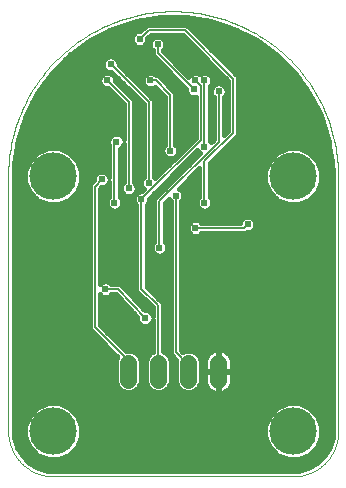
<source format=gbl>
G75*
%MOIN*%
%OFA0B0*%
%FSLAX25Y25*%
%IPPOS*%
%LPD*%
%AMOC8*
5,1,8,0,0,1.08239X$1,22.5*
%
%ADD10C,0.05543*%
%ADD11C,0.00000*%
%ADD12C,0.15811*%
%ADD13C,0.00600*%
%ADD14C,0.02400*%
%ADD15C,0.01600*%
D10*
X0046800Y0051234D02*
X0046800Y0056778D01*
X0056800Y0056778D02*
X0056800Y0051234D01*
X0066800Y0051234D02*
X0066800Y0056778D01*
X0076800Y0056778D02*
X0076800Y0051234D01*
D11*
X0101800Y0019006D02*
X0102162Y0019010D01*
X0102525Y0019024D01*
X0102887Y0019045D01*
X0103248Y0019076D01*
X0103608Y0019115D01*
X0103967Y0019163D01*
X0104325Y0019220D01*
X0104682Y0019285D01*
X0105037Y0019359D01*
X0105390Y0019442D01*
X0105741Y0019533D01*
X0106089Y0019632D01*
X0106435Y0019740D01*
X0106779Y0019856D01*
X0107119Y0019981D01*
X0107456Y0020113D01*
X0107790Y0020254D01*
X0108121Y0020403D01*
X0108448Y0020560D01*
X0108771Y0020724D01*
X0109090Y0020896D01*
X0109404Y0021076D01*
X0109715Y0021264D01*
X0110020Y0021459D01*
X0110321Y0021661D01*
X0110617Y0021871D01*
X0110907Y0022087D01*
X0111193Y0022311D01*
X0111473Y0022541D01*
X0111747Y0022778D01*
X0112015Y0023022D01*
X0112278Y0023272D01*
X0112534Y0023528D01*
X0112784Y0023791D01*
X0113028Y0024059D01*
X0113265Y0024333D01*
X0113495Y0024613D01*
X0113719Y0024899D01*
X0113935Y0025189D01*
X0114145Y0025485D01*
X0114347Y0025786D01*
X0114542Y0026091D01*
X0114730Y0026402D01*
X0114910Y0026716D01*
X0115082Y0027035D01*
X0115246Y0027358D01*
X0115403Y0027685D01*
X0115552Y0028016D01*
X0115693Y0028350D01*
X0115825Y0028687D01*
X0115950Y0029027D01*
X0116066Y0029371D01*
X0116174Y0029717D01*
X0116273Y0030065D01*
X0116364Y0030416D01*
X0116447Y0030769D01*
X0116521Y0031124D01*
X0116586Y0031481D01*
X0116643Y0031839D01*
X0116691Y0032198D01*
X0116730Y0032558D01*
X0116761Y0032919D01*
X0116782Y0033281D01*
X0116796Y0033644D01*
X0116800Y0034006D01*
X0116800Y0119006D01*
X0116784Y0120345D01*
X0116735Y0121684D01*
X0116653Y0123021D01*
X0116539Y0124355D01*
X0116393Y0125687D01*
X0116214Y0127014D01*
X0116003Y0128337D01*
X0115759Y0129654D01*
X0115484Y0130965D01*
X0115177Y0132268D01*
X0114838Y0133564D01*
X0114468Y0134851D01*
X0114067Y0136129D01*
X0113634Y0137397D01*
X0113171Y0138654D01*
X0112677Y0139899D01*
X0112153Y0141132D01*
X0111600Y0142351D01*
X0111016Y0143557D01*
X0110404Y0144748D01*
X0109763Y0145924D01*
X0109093Y0147084D01*
X0108395Y0148227D01*
X0107670Y0149353D01*
X0106917Y0150461D01*
X0106138Y0151551D01*
X0105332Y0152621D01*
X0104501Y0153671D01*
X0103644Y0154700D01*
X0102762Y0155709D01*
X0101857Y0156695D01*
X0100927Y0157659D01*
X0099974Y0158601D01*
X0098999Y0159519D01*
X0098001Y0160412D01*
X0096982Y0161282D01*
X0095942Y0162126D01*
X0094882Y0162944D01*
X0093802Y0163737D01*
X0092704Y0164503D01*
X0091586Y0165242D01*
X0090452Y0165954D01*
X0089300Y0166637D01*
X0088132Y0167293D01*
X0086948Y0167920D01*
X0085750Y0168518D01*
X0084537Y0169086D01*
X0083311Y0169625D01*
X0082072Y0170134D01*
X0080821Y0170612D01*
X0079558Y0171060D01*
X0078286Y0171477D01*
X0077003Y0171863D01*
X0075711Y0172218D01*
X0074411Y0172541D01*
X0073104Y0172832D01*
X0071790Y0173091D01*
X0070470Y0173318D01*
X0069145Y0173513D01*
X0067815Y0173676D01*
X0066482Y0173806D01*
X0065147Y0173904D01*
X0063809Y0173969D01*
X0062470Y0174002D01*
X0061130Y0174002D01*
X0059791Y0173969D01*
X0058453Y0173904D01*
X0057118Y0173806D01*
X0055785Y0173676D01*
X0054455Y0173513D01*
X0053130Y0173318D01*
X0051810Y0173091D01*
X0050496Y0172832D01*
X0049189Y0172541D01*
X0047889Y0172218D01*
X0046597Y0171863D01*
X0045314Y0171477D01*
X0044042Y0171060D01*
X0042779Y0170612D01*
X0041528Y0170134D01*
X0040289Y0169625D01*
X0039063Y0169086D01*
X0037850Y0168518D01*
X0036652Y0167920D01*
X0035468Y0167293D01*
X0034300Y0166637D01*
X0033148Y0165954D01*
X0032014Y0165242D01*
X0030896Y0164503D01*
X0029798Y0163737D01*
X0028718Y0162944D01*
X0027658Y0162126D01*
X0026618Y0161282D01*
X0025599Y0160412D01*
X0024601Y0159519D01*
X0023626Y0158601D01*
X0022673Y0157659D01*
X0021743Y0156695D01*
X0020838Y0155709D01*
X0019956Y0154700D01*
X0019099Y0153671D01*
X0018268Y0152621D01*
X0017462Y0151551D01*
X0016683Y0150461D01*
X0015930Y0149353D01*
X0015205Y0148227D01*
X0014507Y0147084D01*
X0013837Y0145924D01*
X0013196Y0144748D01*
X0012584Y0143557D01*
X0012000Y0142351D01*
X0011447Y0141132D01*
X0010923Y0139899D01*
X0010429Y0138654D01*
X0009966Y0137397D01*
X0009533Y0136129D01*
X0009132Y0134851D01*
X0008762Y0133564D01*
X0008423Y0132268D01*
X0008116Y0130965D01*
X0007841Y0129654D01*
X0007597Y0128337D01*
X0007386Y0127014D01*
X0007207Y0125687D01*
X0007061Y0124355D01*
X0006947Y0123021D01*
X0006865Y0121684D01*
X0006816Y0120345D01*
X0006800Y0119006D01*
X0006800Y0034006D01*
X0006804Y0033644D01*
X0006818Y0033281D01*
X0006839Y0032919D01*
X0006870Y0032558D01*
X0006909Y0032198D01*
X0006957Y0031839D01*
X0007014Y0031481D01*
X0007079Y0031124D01*
X0007153Y0030769D01*
X0007236Y0030416D01*
X0007327Y0030065D01*
X0007426Y0029717D01*
X0007534Y0029371D01*
X0007650Y0029027D01*
X0007775Y0028687D01*
X0007907Y0028350D01*
X0008048Y0028016D01*
X0008197Y0027685D01*
X0008354Y0027358D01*
X0008518Y0027035D01*
X0008690Y0026716D01*
X0008870Y0026402D01*
X0009058Y0026091D01*
X0009253Y0025786D01*
X0009455Y0025485D01*
X0009665Y0025189D01*
X0009881Y0024899D01*
X0010105Y0024613D01*
X0010335Y0024333D01*
X0010572Y0024059D01*
X0010816Y0023791D01*
X0011066Y0023528D01*
X0011322Y0023272D01*
X0011585Y0023022D01*
X0011853Y0022778D01*
X0012127Y0022541D01*
X0012407Y0022311D01*
X0012693Y0022087D01*
X0012983Y0021871D01*
X0013279Y0021661D01*
X0013580Y0021459D01*
X0013885Y0021264D01*
X0014196Y0021076D01*
X0014510Y0020896D01*
X0014829Y0020724D01*
X0015152Y0020560D01*
X0015479Y0020403D01*
X0015810Y0020254D01*
X0016144Y0020113D01*
X0016481Y0019981D01*
X0016821Y0019856D01*
X0017165Y0019740D01*
X0017511Y0019632D01*
X0017859Y0019533D01*
X0018210Y0019442D01*
X0018563Y0019359D01*
X0018918Y0019285D01*
X0019275Y0019220D01*
X0019633Y0019163D01*
X0019992Y0019115D01*
X0020352Y0019076D01*
X0020713Y0019045D01*
X0021075Y0019024D01*
X0021438Y0019010D01*
X0021800Y0019006D01*
X0101800Y0019006D01*
D12*
X0101800Y0034006D03*
X0101800Y0119006D03*
X0021800Y0119006D03*
X0021800Y0034006D03*
D13*
X0046400Y0054406D02*
X0046800Y0054006D01*
X0046400Y0054406D02*
X0046400Y0058006D01*
X0035600Y0068806D01*
X0035600Y0115606D01*
X0038000Y0118006D01*
X0042200Y0110206D02*
X0042200Y0130006D01*
X0042800Y0130606D01*
X0047000Y0143806D02*
X0039800Y0151006D01*
X0041000Y0156406D02*
X0053600Y0143806D01*
X0053600Y0116806D01*
X0051200Y0111406D02*
X0071000Y0131206D01*
X0071000Y0149206D01*
X0069200Y0151006D01*
X0068600Y0148006D02*
X0056600Y0160006D01*
X0056600Y0163006D01*
X0053600Y0167806D02*
X0050600Y0164806D01*
X0053600Y0167806D02*
X0065600Y0167806D01*
X0081800Y0151606D01*
X0081800Y0133606D01*
X0072200Y0124006D01*
X0072200Y0110206D01*
X0069200Y0101806D02*
X0085400Y0101806D01*
X0086600Y0103006D01*
X0072200Y0128806D02*
X0072200Y0151006D01*
X0077000Y0147406D02*
X0077000Y0130606D01*
X0057200Y0110806D01*
X0057200Y0095206D01*
X0051200Y0081406D02*
X0056600Y0076006D01*
X0056600Y0054406D01*
X0056800Y0054006D01*
X0062600Y0060406D02*
X0062600Y0112606D01*
X0060800Y0127606D02*
X0060800Y0146206D01*
X0056000Y0151006D01*
X0054200Y0151006D01*
X0047000Y0143806D02*
X0047000Y0115006D01*
X0051200Y0111406D02*
X0051200Y0081406D01*
X0043400Y0081406D02*
X0052400Y0071806D01*
X0043400Y0081406D02*
X0039200Y0081406D01*
X0062600Y0060406D02*
X0066800Y0056206D01*
X0066800Y0054006D01*
D14*
X0052400Y0071806D03*
X0047000Y0084406D03*
X0039200Y0081406D03*
X0057200Y0095206D03*
X0069200Y0101806D03*
X0072200Y0110206D03*
X0062600Y0112606D03*
X0053600Y0116806D03*
X0051200Y0111406D03*
X0047000Y0115006D03*
X0042200Y0110206D03*
X0038000Y0118006D03*
X0042800Y0130606D03*
X0039800Y0151006D03*
X0041000Y0156406D03*
X0050600Y0164806D03*
X0056600Y0163006D03*
X0054200Y0151006D03*
X0065600Y0134806D03*
X0060800Y0127606D03*
X0072200Y0128806D03*
X0077000Y0147406D03*
X0072200Y0151006D03*
X0069200Y0151006D03*
X0068600Y0148006D03*
X0092600Y0136006D03*
X0086600Y0103006D03*
D15*
X0011328Y0025970D02*
X0013764Y0023534D01*
X0016749Y0021811D01*
X0020077Y0020919D01*
X0021800Y0020806D01*
X0101800Y0020806D01*
X0103523Y0020919D01*
X0106851Y0021811D01*
X0109836Y0023534D01*
X0112272Y0025970D01*
X0113995Y0028954D01*
X0114887Y0032283D01*
X0115000Y0034006D01*
X0115000Y0119006D01*
X0114836Y0123180D01*
X0113530Y0131425D01*
X0110950Y0139365D01*
X0107160Y0146803D01*
X0107160Y0146803D01*
X0102254Y0153557D01*
X0102254Y0153557D01*
X0096351Y0159459D01*
X0089597Y0164366D01*
X0082159Y0168156D01*
X0074219Y0170736D01*
X0065974Y0172042D01*
X0057626Y0172042D01*
X0049381Y0170736D01*
X0041441Y0168156D01*
X0034003Y0164366D01*
X0027249Y0159459D01*
X0021346Y0153557D01*
X0016440Y0146803D01*
X0012650Y0139365D01*
X0010070Y0131425D01*
X0008764Y0123180D01*
X0008600Y0119006D01*
X0008600Y0034006D01*
X0008713Y0032283D01*
X0009605Y0028954D01*
X0011328Y0025970D01*
X0011898Y0025400D02*
X0018260Y0025400D01*
X0019949Y0024700D02*
X0016529Y0026117D01*
X0013911Y0028735D01*
X0012494Y0032155D01*
X0012494Y0035857D01*
X0013911Y0039277D01*
X0016529Y0041895D01*
X0019949Y0043311D01*
X0023651Y0043311D01*
X0027071Y0041895D01*
X0029689Y0039277D01*
X0031105Y0035857D01*
X0031105Y0032155D01*
X0029689Y0028735D01*
X0027071Y0026117D01*
X0023651Y0024700D01*
X0019949Y0024700D01*
X0016069Y0022203D02*
X0107531Y0022203D01*
X0105340Y0025400D02*
X0111702Y0025400D01*
X0112866Y0026998D02*
X0107953Y0026998D01*
X0107071Y0026117D02*
X0109689Y0028735D01*
X0111105Y0032155D01*
X0111105Y0035857D01*
X0109689Y0039277D01*
X0107071Y0041895D01*
X0103651Y0043311D01*
X0099949Y0043311D01*
X0096529Y0041895D01*
X0093911Y0039277D01*
X0092494Y0035857D01*
X0092494Y0032155D01*
X0093911Y0028735D01*
X0096529Y0026117D01*
X0099949Y0024700D01*
X0103651Y0024700D01*
X0107071Y0026117D01*
X0109551Y0028597D02*
X0113789Y0028597D01*
X0114328Y0030195D02*
X0110294Y0030195D01*
X0110956Y0031794D02*
X0114756Y0031794D01*
X0114960Y0033393D02*
X0111105Y0033393D01*
X0111105Y0034991D02*
X0115000Y0034991D01*
X0115000Y0036590D02*
X0110802Y0036590D01*
X0110140Y0038188D02*
X0115000Y0038188D01*
X0115000Y0039787D02*
X0109179Y0039787D01*
X0107581Y0041385D02*
X0115000Y0041385D01*
X0115000Y0042984D02*
X0104442Y0042984D01*
X0099158Y0042984D02*
X0024442Y0042984D01*
X0027581Y0041385D02*
X0096019Y0041385D01*
X0094421Y0039787D02*
X0029179Y0039787D01*
X0030140Y0038188D02*
X0093460Y0038188D01*
X0092798Y0036590D02*
X0030802Y0036590D01*
X0031105Y0034991D02*
X0092494Y0034991D01*
X0092494Y0033393D02*
X0031105Y0033393D01*
X0030956Y0031794D02*
X0092644Y0031794D01*
X0093306Y0030195D02*
X0030294Y0030195D01*
X0029551Y0028597D02*
X0094049Y0028597D01*
X0095647Y0026998D02*
X0027953Y0026998D01*
X0025340Y0025400D02*
X0098260Y0025400D01*
X0110103Y0023801D02*
X0013497Y0023801D01*
X0015647Y0026998D02*
X0010734Y0026998D01*
X0009811Y0028597D02*
X0014049Y0028597D01*
X0013306Y0030195D02*
X0009272Y0030195D01*
X0008844Y0031794D02*
X0012644Y0031794D01*
X0012494Y0033393D02*
X0008640Y0033393D01*
X0008600Y0034991D02*
X0012494Y0034991D01*
X0012798Y0036590D02*
X0008600Y0036590D01*
X0008600Y0038188D02*
X0013460Y0038188D01*
X0014421Y0039787D02*
X0008600Y0039787D01*
X0008600Y0041385D02*
X0016019Y0041385D01*
X0019158Y0042984D02*
X0008600Y0042984D01*
X0008600Y0044582D02*
X0115000Y0044582D01*
X0115000Y0046181D02*
X0008600Y0046181D01*
X0008600Y0047779D02*
X0044356Y0047779D01*
X0044437Y0047698D02*
X0045970Y0047063D01*
X0047630Y0047063D01*
X0049163Y0047698D01*
X0050337Y0048871D01*
X0050972Y0050404D01*
X0050972Y0057607D01*
X0050337Y0059141D01*
X0049163Y0060314D01*
X0047630Y0060949D01*
X0045970Y0060949D01*
X0045893Y0060917D01*
X0037300Y0069510D01*
X0037300Y0079629D01*
X0037727Y0079202D01*
X0038683Y0078806D01*
X0039717Y0078806D01*
X0040673Y0079202D01*
X0041177Y0079706D01*
X0042664Y0079706D01*
X0049800Y0072094D01*
X0049800Y0071289D01*
X0050196Y0070333D01*
X0050927Y0069602D01*
X0051883Y0069206D01*
X0052917Y0069206D01*
X0053873Y0069602D01*
X0054604Y0070333D01*
X0054900Y0071047D01*
X0054900Y0060506D01*
X0054437Y0060314D01*
X0053263Y0059141D01*
X0052628Y0057607D01*
X0052628Y0050404D01*
X0053263Y0048871D01*
X0054437Y0047698D01*
X0055970Y0047063D01*
X0057630Y0047063D01*
X0059163Y0047698D01*
X0060337Y0048871D01*
X0060972Y0050404D01*
X0060972Y0057607D01*
X0060337Y0059141D01*
X0059163Y0060314D01*
X0058300Y0060672D01*
X0058300Y0076710D01*
X0057304Y0077706D01*
X0052900Y0082110D01*
X0052900Y0109429D01*
X0053404Y0109933D01*
X0053800Y0110889D01*
X0053800Y0111602D01*
X0069860Y0127662D01*
X0069996Y0127333D01*
X0070659Y0126670D01*
X0055500Y0111510D01*
X0055500Y0097183D01*
X0054996Y0096679D01*
X0054600Y0095723D01*
X0054600Y0094689D01*
X0054996Y0093733D01*
X0055727Y0093002D01*
X0056683Y0092606D01*
X0057717Y0092606D01*
X0058673Y0093002D01*
X0059404Y0093733D01*
X0059800Y0094689D01*
X0059800Y0095723D01*
X0059404Y0096679D01*
X0058900Y0097183D01*
X0058900Y0110102D01*
X0060260Y0111462D01*
X0060396Y0111133D01*
X0060900Y0110629D01*
X0060900Y0059702D01*
X0062736Y0057866D01*
X0062628Y0057607D01*
X0062628Y0050404D01*
X0063263Y0048871D01*
X0064437Y0047698D01*
X0065970Y0047063D01*
X0067630Y0047063D01*
X0069163Y0047698D01*
X0070337Y0048871D01*
X0070972Y0050404D01*
X0070972Y0057607D01*
X0070337Y0059141D01*
X0069163Y0060314D01*
X0067630Y0060949D01*
X0065970Y0060949D01*
X0064903Y0060507D01*
X0064300Y0061110D01*
X0064300Y0110629D01*
X0064804Y0111133D01*
X0065200Y0112089D01*
X0065200Y0113123D01*
X0064804Y0114079D01*
X0064073Y0114810D01*
X0063744Y0114946D01*
X0070500Y0121702D01*
X0070500Y0112183D01*
X0069996Y0111679D01*
X0069600Y0110723D01*
X0069600Y0109689D01*
X0069996Y0108733D01*
X0070727Y0108002D01*
X0071683Y0107606D01*
X0072717Y0107606D01*
X0073673Y0108002D01*
X0074404Y0108733D01*
X0074800Y0109689D01*
X0074800Y0110723D01*
X0074404Y0111679D01*
X0073900Y0112183D01*
X0073900Y0123302D01*
X0082504Y0131906D01*
X0083500Y0132902D01*
X0083500Y0152310D01*
X0067300Y0168510D01*
X0066304Y0169506D01*
X0052896Y0169506D01*
X0050796Y0167406D01*
X0050083Y0167406D01*
X0049127Y0167010D01*
X0048396Y0166279D01*
X0048000Y0165323D01*
X0048000Y0164289D01*
X0048396Y0163333D01*
X0049127Y0162602D01*
X0050083Y0162206D01*
X0051117Y0162206D01*
X0052073Y0162602D01*
X0052804Y0163333D01*
X0053200Y0164289D01*
X0053200Y0165002D01*
X0054304Y0166106D01*
X0064896Y0166106D01*
X0080100Y0150902D01*
X0080100Y0134310D01*
X0078700Y0132910D01*
X0078700Y0145429D01*
X0079204Y0145933D01*
X0079600Y0146889D01*
X0079600Y0147923D01*
X0079204Y0148879D01*
X0078473Y0149610D01*
X0077517Y0150006D01*
X0076483Y0150006D01*
X0075527Y0149610D01*
X0074796Y0148879D01*
X0074400Y0147923D01*
X0074400Y0146889D01*
X0074796Y0145933D01*
X0075300Y0145429D01*
X0075300Y0131310D01*
X0074336Y0130346D01*
X0073900Y0130783D01*
X0073900Y0149029D01*
X0074404Y0149533D01*
X0074800Y0150489D01*
X0074800Y0151523D01*
X0074404Y0152479D01*
X0073673Y0153210D01*
X0072717Y0153606D01*
X0071683Y0153606D01*
X0070727Y0153210D01*
X0070700Y0153183D01*
X0070673Y0153210D01*
X0069717Y0153606D01*
X0068683Y0153606D01*
X0067727Y0153210D01*
X0066996Y0152479D01*
X0066860Y0152150D01*
X0058300Y0160710D01*
X0058300Y0161029D01*
X0058804Y0161533D01*
X0059200Y0162489D01*
X0059200Y0163523D01*
X0058804Y0164479D01*
X0058073Y0165210D01*
X0057117Y0165606D01*
X0056083Y0165606D01*
X0055127Y0165210D01*
X0054396Y0164479D01*
X0054000Y0163523D01*
X0054000Y0162489D01*
X0054396Y0161533D01*
X0054900Y0161029D01*
X0054900Y0159302D01*
X0066000Y0148202D01*
X0066000Y0147489D01*
X0066396Y0146533D01*
X0067127Y0145802D01*
X0068083Y0145406D01*
X0069117Y0145406D01*
X0069300Y0145482D01*
X0069300Y0131910D01*
X0055736Y0118346D01*
X0055300Y0118783D01*
X0055300Y0144510D01*
X0043600Y0156210D01*
X0043600Y0156923D01*
X0043204Y0157879D01*
X0042473Y0158610D01*
X0041517Y0159006D01*
X0040483Y0159006D01*
X0039527Y0158610D01*
X0038796Y0157879D01*
X0038400Y0156923D01*
X0038400Y0155889D01*
X0038796Y0154933D01*
X0039527Y0154202D01*
X0040483Y0153806D01*
X0041196Y0153806D01*
X0051900Y0143102D01*
X0051900Y0118783D01*
X0051396Y0118279D01*
X0051000Y0117323D01*
X0051000Y0116289D01*
X0051396Y0115333D01*
X0052059Y0114670D01*
X0051396Y0114006D01*
X0050683Y0114006D01*
X0049727Y0113610D01*
X0048996Y0112879D01*
X0048600Y0111923D01*
X0048600Y0110889D01*
X0048996Y0109933D01*
X0049500Y0109429D01*
X0049500Y0080702D01*
X0054900Y0075302D01*
X0054900Y0072564D01*
X0054604Y0073279D01*
X0053873Y0074010D01*
X0052917Y0074406D01*
X0052293Y0074406D01*
X0045100Y0082078D01*
X0045100Y0082110D01*
X0044621Y0082589D01*
X0044159Y0083082D01*
X0044127Y0083083D01*
X0044104Y0083106D01*
X0043427Y0083106D01*
X0042751Y0083128D01*
X0042728Y0083106D01*
X0041177Y0083106D01*
X0040673Y0083610D01*
X0039717Y0084006D01*
X0038683Y0084006D01*
X0037727Y0083610D01*
X0037300Y0083183D01*
X0037300Y0114902D01*
X0037804Y0115406D01*
X0038517Y0115406D01*
X0039473Y0115802D01*
X0040204Y0116533D01*
X0040500Y0117247D01*
X0040500Y0112183D01*
X0039996Y0111679D01*
X0039600Y0110723D01*
X0039600Y0109689D01*
X0039996Y0108733D01*
X0040727Y0108002D01*
X0041683Y0107606D01*
X0042717Y0107606D01*
X0043673Y0108002D01*
X0044404Y0108733D01*
X0044800Y0109689D01*
X0044800Y0110723D01*
X0044404Y0111679D01*
X0043900Y0112183D01*
X0043900Y0128247D01*
X0044273Y0128402D01*
X0045004Y0129133D01*
X0045300Y0129847D01*
X0045300Y0116983D01*
X0044796Y0116479D01*
X0044400Y0115523D01*
X0044400Y0114489D01*
X0044796Y0113533D01*
X0045527Y0112802D01*
X0046483Y0112406D01*
X0047517Y0112406D01*
X0048473Y0112802D01*
X0049204Y0113533D01*
X0049600Y0114489D01*
X0049600Y0115523D01*
X0049204Y0116479D01*
X0048700Y0116983D01*
X0048700Y0143102D01*
X0048700Y0144510D01*
X0042400Y0150810D01*
X0042400Y0151523D01*
X0042004Y0152479D01*
X0041273Y0153210D01*
X0040317Y0153606D01*
X0039283Y0153606D01*
X0038327Y0153210D01*
X0037596Y0152479D01*
X0037200Y0151523D01*
X0037200Y0150489D01*
X0037596Y0149533D01*
X0038327Y0148802D01*
X0039283Y0148406D01*
X0039996Y0148406D01*
X0045300Y0143102D01*
X0045300Y0131364D01*
X0045004Y0132079D01*
X0044273Y0132810D01*
X0043317Y0133206D01*
X0042283Y0133206D01*
X0041327Y0132810D01*
X0040596Y0132079D01*
X0040200Y0131123D01*
X0040200Y0130089D01*
X0040500Y0129364D01*
X0040500Y0118764D01*
X0040204Y0119479D01*
X0039473Y0120210D01*
X0038517Y0120606D01*
X0037483Y0120606D01*
X0036527Y0120210D01*
X0035796Y0119479D01*
X0035400Y0118523D01*
X0035400Y0117810D01*
X0033900Y0116310D01*
X0033900Y0068102D01*
X0034896Y0067106D01*
X0043146Y0058856D01*
X0042628Y0057607D01*
X0042628Y0050404D01*
X0043263Y0048871D01*
X0044437Y0047698D01*
X0043054Y0049378D02*
X0008600Y0049378D01*
X0008600Y0050976D02*
X0042628Y0050976D01*
X0042628Y0052575D02*
X0008600Y0052575D01*
X0008600Y0054173D02*
X0042628Y0054173D01*
X0042628Y0055772D02*
X0008600Y0055772D01*
X0008600Y0057370D02*
X0042628Y0057370D01*
X0043033Y0058969D02*
X0008600Y0058969D01*
X0008600Y0060567D02*
X0041435Y0060567D01*
X0039836Y0062166D02*
X0008600Y0062166D01*
X0008600Y0063764D02*
X0038238Y0063764D01*
X0036639Y0065363D02*
X0008600Y0065363D01*
X0008600Y0066961D02*
X0035040Y0066961D01*
X0033900Y0068560D02*
X0008600Y0068560D01*
X0008600Y0070158D02*
X0033900Y0070158D01*
X0033900Y0071757D02*
X0008600Y0071757D01*
X0008600Y0073355D02*
X0033900Y0073355D01*
X0033900Y0074954D02*
X0008600Y0074954D01*
X0008600Y0076552D02*
X0033900Y0076552D01*
X0033900Y0078151D02*
X0008600Y0078151D01*
X0008600Y0079749D02*
X0033900Y0079749D01*
X0033900Y0081348D02*
X0008600Y0081348D01*
X0008600Y0082946D02*
X0033900Y0082946D01*
X0033900Y0084545D02*
X0008600Y0084545D01*
X0008600Y0086143D02*
X0033900Y0086143D01*
X0033900Y0087742D02*
X0008600Y0087742D01*
X0008600Y0089340D02*
X0033900Y0089340D01*
X0033900Y0090939D02*
X0008600Y0090939D01*
X0008600Y0092537D02*
X0033900Y0092537D01*
X0033900Y0094136D02*
X0008600Y0094136D01*
X0008600Y0095734D02*
X0033900Y0095734D01*
X0033900Y0097333D02*
X0008600Y0097333D01*
X0008600Y0098931D02*
X0033900Y0098931D01*
X0033900Y0100530D02*
X0008600Y0100530D01*
X0008600Y0102128D02*
X0033900Y0102128D01*
X0033900Y0103727D02*
X0008600Y0103727D01*
X0008600Y0105326D02*
X0033900Y0105326D01*
X0033900Y0106924D02*
X0008600Y0106924D01*
X0008600Y0108523D02*
X0033900Y0108523D01*
X0033900Y0110121D02*
X0024667Y0110121D01*
X0023651Y0109700D02*
X0027071Y0111117D01*
X0029689Y0113735D01*
X0031105Y0117155D01*
X0031105Y0120857D01*
X0029689Y0124277D01*
X0027071Y0126895D01*
X0023651Y0128311D01*
X0019949Y0128311D01*
X0016529Y0126895D01*
X0013911Y0124277D01*
X0012494Y0120857D01*
X0012494Y0117155D01*
X0013911Y0113735D01*
X0016529Y0111117D01*
X0019949Y0109700D01*
X0023651Y0109700D01*
X0027674Y0111720D02*
X0033900Y0111720D01*
X0033900Y0113318D02*
X0029272Y0113318D01*
X0030178Y0114917D02*
X0033900Y0114917D01*
X0034105Y0116515D02*
X0030840Y0116515D01*
X0031105Y0118114D02*
X0035400Y0118114D01*
X0036029Y0119712D02*
X0031105Y0119712D01*
X0030918Y0121311D02*
X0040500Y0121311D01*
X0040500Y0122909D02*
X0030255Y0122909D01*
X0029458Y0124508D02*
X0040500Y0124508D01*
X0040500Y0126106D02*
X0027860Y0126106D01*
X0025116Y0127705D02*
X0040500Y0127705D01*
X0040500Y0129303D02*
X0009734Y0129303D01*
X0009481Y0127705D02*
X0018484Y0127705D01*
X0015740Y0126106D02*
X0009227Y0126106D01*
X0008974Y0124508D02*
X0014142Y0124508D01*
X0013345Y0122909D02*
X0008753Y0122909D01*
X0008691Y0121311D02*
X0012682Y0121311D01*
X0012494Y0119712D02*
X0008628Y0119712D01*
X0008600Y0118114D02*
X0012494Y0118114D01*
X0012759Y0116515D02*
X0008600Y0116515D01*
X0008600Y0114917D02*
X0013422Y0114917D01*
X0014328Y0113318D02*
X0008600Y0113318D01*
X0008600Y0111720D02*
X0015926Y0111720D01*
X0018933Y0110121D02*
X0008600Y0110121D01*
X0009987Y0130902D02*
X0040200Y0130902D01*
X0041017Y0132500D02*
X0010419Y0132500D01*
X0010939Y0134099D02*
X0045300Y0134099D01*
X0045300Y0135697D02*
X0011458Y0135697D01*
X0011977Y0137296D02*
X0045300Y0137296D01*
X0045300Y0138894D02*
X0012497Y0138894D01*
X0013224Y0140493D02*
X0045300Y0140493D01*
X0045300Y0142091D02*
X0014039Y0142091D01*
X0014853Y0143690D02*
X0044712Y0143690D01*
X0043113Y0145288D02*
X0015668Y0145288D01*
X0016501Y0146887D02*
X0041515Y0146887D01*
X0039091Y0148485D02*
X0017662Y0148485D01*
X0018823Y0150084D02*
X0037368Y0150084D01*
X0037266Y0151682D02*
X0019985Y0151682D01*
X0021146Y0153281D02*
X0038498Y0153281D01*
X0038850Y0154879D02*
X0022669Y0154879D01*
X0024268Y0156478D02*
X0038400Y0156478D01*
X0038994Y0158076D02*
X0025866Y0158076D01*
X0027546Y0159675D02*
X0054900Y0159675D01*
X0054656Y0161273D02*
X0029746Y0161273D01*
X0031946Y0162872D02*
X0048857Y0162872D01*
X0048000Y0164470D02*
X0034207Y0164470D01*
X0037345Y0166069D02*
X0048309Y0166069D01*
X0051057Y0167667D02*
X0040482Y0167667D01*
X0044856Y0169266D02*
X0052656Y0169266D01*
X0050192Y0170864D02*
X0073408Y0170864D01*
X0069741Y0166069D02*
X0086255Y0166069D01*
X0083118Y0167667D02*
X0068143Y0167667D01*
X0066544Y0169266D02*
X0078744Y0169266D01*
X0072938Y0162872D02*
X0091654Y0162872D01*
X0093854Y0161273D02*
X0074537Y0161273D01*
X0076135Y0159675D02*
X0096054Y0159675D01*
X0097734Y0158076D02*
X0077734Y0158076D01*
X0079332Y0156478D02*
X0099332Y0156478D01*
X0100931Y0154879D02*
X0080931Y0154879D01*
X0082529Y0153281D02*
X0102454Y0153281D01*
X0103615Y0151682D02*
X0083500Y0151682D01*
X0083500Y0150084D02*
X0104777Y0150084D01*
X0105938Y0148485D02*
X0083500Y0148485D01*
X0083500Y0146887D02*
X0107099Y0146887D01*
X0107932Y0145288D02*
X0083500Y0145288D01*
X0083500Y0143690D02*
X0108747Y0143690D01*
X0109561Y0142091D02*
X0083500Y0142091D01*
X0083500Y0140493D02*
X0110376Y0140493D01*
X0111103Y0138894D02*
X0083500Y0138894D01*
X0083500Y0137296D02*
X0111623Y0137296D01*
X0112142Y0135697D02*
X0083500Y0135697D01*
X0083500Y0134099D02*
X0112661Y0134099D01*
X0113181Y0132500D02*
X0083098Y0132500D01*
X0081500Y0130902D02*
X0113613Y0130902D01*
X0113866Y0129303D02*
X0079901Y0129303D01*
X0078303Y0127705D02*
X0098484Y0127705D01*
X0099949Y0128311D02*
X0096529Y0126895D01*
X0093911Y0124277D01*
X0092494Y0120857D01*
X0092494Y0117155D01*
X0093911Y0113735D01*
X0096529Y0111117D01*
X0099949Y0109700D01*
X0103651Y0109700D01*
X0107071Y0111117D01*
X0109689Y0113735D01*
X0111105Y0117155D01*
X0111105Y0120857D01*
X0109689Y0124277D01*
X0107071Y0126895D01*
X0103651Y0128311D01*
X0099949Y0128311D01*
X0095740Y0126106D02*
X0076704Y0126106D01*
X0075106Y0124508D02*
X0094142Y0124508D01*
X0093345Y0122909D02*
X0073900Y0122909D01*
X0073900Y0121311D02*
X0092682Y0121311D01*
X0092494Y0119712D02*
X0073900Y0119712D01*
X0073900Y0118114D02*
X0092494Y0118114D01*
X0092759Y0116515D02*
X0073900Y0116515D01*
X0073900Y0114917D02*
X0093422Y0114917D01*
X0094328Y0113318D02*
X0073900Y0113318D01*
X0074363Y0111720D02*
X0095926Y0111720D01*
X0098933Y0110121D02*
X0074800Y0110121D01*
X0074194Y0108523D02*
X0115000Y0108523D01*
X0115000Y0110121D02*
X0104667Y0110121D01*
X0107674Y0111720D02*
X0115000Y0111720D01*
X0115000Y0113318D02*
X0109272Y0113318D01*
X0110178Y0114917D02*
X0115000Y0114917D01*
X0115000Y0116515D02*
X0110840Y0116515D01*
X0111105Y0118114D02*
X0115000Y0118114D01*
X0114972Y0119712D02*
X0111105Y0119712D01*
X0110918Y0121311D02*
X0114909Y0121311D01*
X0114847Y0122909D02*
X0110255Y0122909D01*
X0109458Y0124508D02*
X0114626Y0124508D01*
X0114373Y0126106D02*
X0107860Y0126106D01*
X0105116Y0127705D02*
X0114119Y0127705D01*
X0115000Y0106924D02*
X0064300Y0106924D01*
X0064300Y0105326D02*
X0085406Y0105326D01*
X0085127Y0105210D02*
X0086083Y0105606D01*
X0087117Y0105606D01*
X0088073Y0105210D01*
X0088804Y0104479D01*
X0089200Y0103523D01*
X0089200Y0102489D01*
X0088804Y0101533D01*
X0088073Y0100802D01*
X0087117Y0100406D01*
X0086404Y0100406D01*
X0086104Y0100106D01*
X0084696Y0100106D01*
X0071177Y0100106D01*
X0070673Y0099602D01*
X0069717Y0099206D01*
X0068683Y0099206D01*
X0067727Y0099602D01*
X0066996Y0100333D01*
X0066600Y0101289D01*
X0066600Y0102323D01*
X0066996Y0103279D01*
X0067727Y0104010D01*
X0068683Y0104406D01*
X0069717Y0104406D01*
X0070673Y0104010D01*
X0071177Y0103506D01*
X0084000Y0103506D01*
X0084000Y0103523D01*
X0084396Y0104479D01*
X0085127Y0105210D01*
X0084084Y0103727D02*
X0070956Y0103727D01*
X0067444Y0103727D02*
X0064300Y0103727D01*
X0064300Y0102128D02*
X0066600Y0102128D01*
X0066914Y0100530D02*
X0064300Y0100530D01*
X0064300Y0098931D02*
X0115000Y0098931D01*
X0115000Y0097333D02*
X0064300Y0097333D01*
X0064300Y0095734D02*
X0115000Y0095734D01*
X0115000Y0094136D02*
X0064300Y0094136D01*
X0064300Y0092537D02*
X0115000Y0092537D01*
X0115000Y0090939D02*
X0064300Y0090939D01*
X0064300Y0089340D02*
X0115000Y0089340D01*
X0115000Y0087742D02*
X0064300Y0087742D01*
X0064300Y0086143D02*
X0115000Y0086143D01*
X0115000Y0084545D02*
X0064300Y0084545D01*
X0064300Y0082946D02*
X0115000Y0082946D01*
X0115000Y0081348D02*
X0064300Y0081348D01*
X0064300Y0079749D02*
X0115000Y0079749D01*
X0115000Y0078151D02*
X0064300Y0078151D01*
X0064300Y0076552D02*
X0115000Y0076552D01*
X0115000Y0074954D02*
X0064300Y0074954D01*
X0064300Y0073355D02*
X0115000Y0073355D01*
X0115000Y0071757D02*
X0064300Y0071757D01*
X0064300Y0070158D02*
X0115000Y0070158D01*
X0115000Y0068560D02*
X0064300Y0068560D01*
X0064300Y0066961D02*
X0115000Y0066961D01*
X0115000Y0065363D02*
X0064300Y0065363D01*
X0064300Y0063764D02*
X0115000Y0063764D01*
X0115000Y0062166D02*
X0064300Y0062166D01*
X0064843Y0060567D02*
X0065048Y0060567D01*
X0062628Y0057370D02*
X0060972Y0057370D01*
X0060972Y0055772D02*
X0062628Y0055772D01*
X0062628Y0054173D02*
X0060972Y0054173D01*
X0060972Y0052575D02*
X0062628Y0052575D01*
X0062628Y0050976D02*
X0060972Y0050976D01*
X0060546Y0049378D02*
X0063054Y0049378D01*
X0064356Y0047779D02*
X0059244Y0047779D01*
X0054356Y0047779D02*
X0049244Y0047779D01*
X0050546Y0049378D02*
X0053054Y0049378D01*
X0052628Y0050976D02*
X0050972Y0050976D01*
X0050972Y0052575D02*
X0052628Y0052575D01*
X0052628Y0054173D02*
X0050972Y0054173D01*
X0050972Y0055772D02*
X0052628Y0055772D01*
X0052628Y0057370D02*
X0050972Y0057370D01*
X0050408Y0058969D02*
X0053192Y0058969D01*
X0054900Y0060567D02*
X0048552Y0060567D01*
X0044644Y0062166D02*
X0054900Y0062166D01*
X0054900Y0063764D02*
X0043046Y0063764D01*
X0041447Y0065363D02*
X0054900Y0065363D01*
X0054900Y0066961D02*
X0039849Y0066961D01*
X0038250Y0068560D02*
X0054900Y0068560D01*
X0054900Y0070158D02*
X0054429Y0070158D01*
X0054528Y0073355D02*
X0054900Y0073355D01*
X0054900Y0074954D02*
X0051779Y0074954D01*
X0050280Y0076552D02*
X0053649Y0076552D01*
X0052051Y0078151D02*
X0048782Y0078151D01*
X0047283Y0079749D02*
X0050452Y0079749D01*
X0049500Y0081348D02*
X0045785Y0081348D01*
X0044286Y0082946D02*
X0049500Y0082946D01*
X0049500Y0084545D02*
X0037300Y0084545D01*
X0037300Y0086143D02*
X0049500Y0086143D01*
X0049500Y0087742D02*
X0037300Y0087742D01*
X0037300Y0089340D02*
X0049500Y0089340D01*
X0049500Y0090939D02*
X0037300Y0090939D01*
X0037300Y0092537D02*
X0049500Y0092537D01*
X0049500Y0094136D02*
X0037300Y0094136D01*
X0037300Y0095734D02*
X0049500Y0095734D01*
X0049500Y0097333D02*
X0037300Y0097333D01*
X0037300Y0098931D02*
X0049500Y0098931D01*
X0049500Y0100530D02*
X0037300Y0100530D01*
X0037300Y0102128D02*
X0049500Y0102128D01*
X0049500Y0103727D02*
X0037300Y0103727D01*
X0037300Y0105326D02*
X0049500Y0105326D01*
X0049500Y0106924D02*
X0037300Y0106924D01*
X0037300Y0108523D02*
X0040206Y0108523D01*
X0039600Y0110121D02*
X0037300Y0110121D01*
X0037300Y0111720D02*
X0040037Y0111720D01*
X0040500Y0113318D02*
X0037300Y0113318D01*
X0037315Y0114917D02*
X0040500Y0114917D01*
X0040500Y0116515D02*
X0040186Y0116515D01*
X0039971Y0119712D02*
X0040500Y0119712D01*
X0043900Y0119712D02*
X0045300Y0119712D01*
X0045300Y0118114D02*
X0043900Y0118114D01*
X0043900Y0116515D02*
X0044832Y0116515D01*
X0044400Y0114917D02*
X0043900Y0114917D01*
X0043900Y0113318D02*
X0045011Y0113318D01*
X0044363Y0111720D02*
X0048600Y0111720D01*
X0048918Y0110121D02*
X0044800Y0110121D01*
X0044194Y0108523D02*
X0049500Y0108523D01*
X0052900Y0108523D02*
X0055500Y0108523D01*
X0055500Y0110121D02*
X0053482Y0110121D01*
X0053918Y0111720D02*
X0055709Y0111720D01*
X0055516Y0113318D02*
X0057308Y0113318D01*
X0057115Y0114917D02*
X0058907Y0114917D01*
X0058713Y0116515D02*
X0060505Y0116515D01*
X0060312Y0118114D02*
X0062104Y0118114D01*
X0061910Y0119712D02*
X0063702Y0119712D01*
X0063509Y0121311D02*
X0065301Y0121311D01*
X0065107Y0122909D02*
X0066899Y0122909D01*
X0066706Y0124508D02*
X0068498Y0124508D01*
X0068304Y0126106D02*
X0070096Y0126106D01*
X0070109Y0121311D02*
X0070500Y0121311D01*
X0070500Y0119712D02*
X0068510Y0119712D01*
X0066912Y0118114D02*
X0070500Y0118114D01*
X0070500Y0116515D02*
X0065313Y0116515D01*
X0063816Y0114917D02*
X0070500Y0114917D01*
X0070500Y0113318D02*
X0065119Y0113318D01*
X0065047Y0111720D02*
X0070037Y0111720D01*
X0069600Y0110121D02*
X0064300Y0110121D01*
X0064300Y0108523D02*
X0070206Y0108523D01*
X0060900Y0108523D02*
X0058900Y0108523D01*
X0058919Y0110121D02*
X0060900Y0110121D01*
X0060900Y0106924D02*
X0058900Y0106924D01*
X0058900Y0105326D02*
X0060900Y0105326D01*
X0060900Y0103727D02*
X0058900Y0103727D01*
X0058900Y0102128D02*
X0060900Y0102128D01*
X0060900Y0100530D02*
X0058900Y0100530D01*
X0058900Y0098931D02*
X0060900Y0098931D01*
X0060900Y0097333D02*
X0058900Y0097333D01*
X0059795Y0095734D02*
X0060900Y0095734D01*
X0060900Y0094136D02*
X0059571Y0094136D01*
X0060900Y0092537D02*
X0052900Y0092537D01*
X0052900Y0090939D02*
X0060900Y0090939D01*
X0060900Y0089340D02*
X0052900Y0089340D01*
X0052900Y0087742D02*
X0060900Y0087742D01*
X0060900Y0086143D02*
X0052900Y0086143D01*
X0052900Y0084545D02*
X0060900Y0084545D01*
X0060900Y0082946D02*
X0052900Y0082946D01*
X0053662Y0081348D02*
X0060900Y0081348D01*
X0060900Y0079749D02*
X0055261Y0079749D01*
X0056859Y0078151D02*
X0060900Y0078151D01*
X0060900Y0076552D02*
X0058300Y0076552D01*
X0058300Y0074954D02*
X0060900Y0074954D01*
X0060900Y0073355D02*
X0058300Y0073355D01*
X0058300Y0071757D02*
X0060900Y0071757D01*
X0060900Y0070158D02*
X0058300Y0070158D01*
X0058300Y0068560D02*
X0060900Y0068560D01*
X0060900Y0066961D02*
X0058300Y0066961D01*
X0058300Y0065363D02*
X0060900Y0065363D01*
X0060900Y0063764D02*
X0058300Y0063764D01*
X0058300Y0062166D02*
X0060900Y0062166D01*
X0060900Y0060567D02*
X0058552Y0060567D01*
X0060408Y0058969D02*
X0061633Y0058969D01*
X0068552Y0060567D02*
X0074238Y0060567D01*
X0074404Y0060688D02*
X0073822Y0060265D01*
X0073313Y0059756D01*
X0072890Y0059174D01*
X0072563Y0058532D01*
X0072341Y0057848D01*
X0072228Y0057137D01*
X0072228Y0054092D01*
X0076714Y0054092D01*
X0076714Y0061349D01*
X0076440Y0061349D01*
X0075729Y0061237D01*
X0075045Y0061014D01*
X0074404Y0060688D01*
X0076714Y0060567D02*
X0076886Y0060567D01*
X0076886Y0061349D02*
X0076886Y0054092D01*
X0076714Y0054092D01*
X0076714Y0053920D01*
X0072228Y0053920D01*
X0072228Y0050874D01*
X0072341Y0050164D01*
X0072563Y0049479D01*
X0072890Y0048838D01*
X0073313Y0048256D01*
X0073822Y0047747D01*
X0074404Y0047324D01*
X0075045Y0046998D01*
X0075729Y0046775D01*
X0076440Y0046663D01*
X0076714Y0046663D01*
X0076714Y0053920D01*
X0076886Y0053920D01*
X0076886Y0054092D01*
X0081372Y0054092D01*
X0081372Y0057137D01*
X0081259Y0057848D01*
X0081037Y0058532D01*
X0080710Y0059174D01*
X0080287Y0059756D01*
X0079778Y0060265D01*
X0079196Y0060688D01*
X0078555Y0061014D01*
X0077871Y0061237D01*
X0077160Y0061349D01*
X0076886Y0061349D01*
X0076886Y0058969D02*
X0076714Y0058969D01*
X0076714Y0057370D02*
X0076886Y0057370D01*
X0076886Y0055772D02*
X0076714Y0055772D01*
X0076714Y0054173D02*
X0076886Y0054173D01*
X0076886Y0053920D02*
X0081372Y0053920D01*
X0081372Y0050874D01*
X0081259Y0050164D01*
X0081037Y0049479D01*
X0080710Y0048838D01*
X0080287Y0048256D01*
X0079778Y0047747D01*
X0079196Y0047324D01*
X0078555Y0046998D01*
X0077871Y0046775D01*
X0077160Y0046663D01*
X0076886Y0046663D01*
X0076886Y0053920D01*
X0076886Y0052575D02*
X0076714Y0052575D01*
X0076714Y0050976D02*
X0076886Y0050976D01*
X0076886Y0049378D02*
X0076714Y0049378D01*
X0076714Y0047779D02*
X0076886Y0047779D01*
X0079810Y0047779D02*
X0115000Y0047779D01*
X0115000Y0049378D02*
X0080985Y0049378D01*
X0081372Y0050976D02*
X0115000Y0050976D01*
X0115000Y0052575D02*
X0081372Y0052575D01*
X0081372Y0054173D02*
X0115000Y0054173D01*
X0115000Y0055772D02*
X0081372Y0055772D01*
X0081335Y0057370D02*
X0115000Y0057370D01*
X0115000Y0058969D02*
X0080814Y0058969D01*
X0079362Y0060567D02*
X0115000Y0060567D01*
X0115000Y0100530D02*
X0087417Y0100530D01*
X0089051Y0102128D02*
X0115000Y0102128D01*
X0115000Y0103727D02*
X0089116Y0103727D01*
X0087794Y0105326D02*
X0115000Y0105326D01*
X0079889Y0134099D02*
X0078700Y0134099D01*
X0078700Y0135697D02*
X0080100Y0135697D01*
X0080100Y0137296D02*
X0078700Y0137296D01*
X0078700Y0138894D02*
X0080100Y0138894D01*
X0080100Y0140493D02*
X0078700Y0140493D01*
X0078700Y0142091D02*
X0080100Y0142091D01*
X0080100Y0143690D02*
X0078700Y0143690D01*
X0078700Y0145288D02*
X0080100Y0145288D01*
X0080100Y0146887D02*
X0079599Y0146887D01*
X0079367Y0148485D02*
X0080100Y0148485D01*
X0080100Y0150084D02*
X0074632Y0150084D01*
X0074633Y0148485D02*
X0073900Y0148485D01*
X0073900Y0146887D02*
X0074401Y0146887D01*
X0073900Y0145288D02*
X0075300Y0145288D01*
X0075300Y0143690D02*
X0073900Y0143690D01*
X0073900Y0142091D02*
X0075300Y0142091D01*
X0075300Y0140493D02*
X0073900Y0140493D01*
X0073900Y0138894D02*
X0075300Y0138894D01*
X0075300Y0137296D02*
X0073900Y0137296D01*
X0073900Y0135697D02*
X0075300Y0135697D01*
X0075300Y0134099D02*
X0073900Y0134099D01*
X0073900Y0132500D02*
X0075300Y0132500D01*
X0074892Y0130902D02*
X0073900Y0130902D01*
X0069300Y0132500D02*
X0062500Y0132500D01*
X0062500Y0130902D02*
X0068292Y0130902D01*
X0066693Y0129303D02*
X0062780Y0129303D01*
X0063004Y0129079D02*
X0062500Y0129583D01*
X0062500Y0145502D01*
X0062500Y0146910D01*
X0057700Y0151710D01*
X0056704Y0152706D01*
X0056177Y0152706D01*
X0055673Y0153210D01*
X0054717Y0153606D01*
X0053683Y0153606D01*
X0052727Y0153210D01*
X0051996Y0152479D01*
X0051600Y0151523D01*
X0051600Y0150489D01*
X0051996Y0149533D01*
X0052727Y0148802D01*
X0053683Y0148406D01*
X0054717Y0148406D01*
X0055673Y0148802D01*
X0055736Y0148865D01*
X0059100Y0145502D01*
X0059100Y0129583D01*
X0058596Y0129079D01*
X0058200Y0128123D01*
X0058200Y0127089D01*
X0058596Y0126133D01*
X0059327Y0125402D01*
X0060283Y0125006D01*
X0061317Y0125006D01*
X0062273Y0125402D01*
X0063004Y0126133D01*
X0063400Y0127089D01*
X0063400Y0128123D01*
X0063004Y0129079D01*
X0063400Y0127705D02*
X0065095Y0127705D01*
X0063496Y0126106D02*
X0062977Y0126106D01*
X0061898Y0124508D02*
X0055300Y0124508D01*
X0055300Y0126106D02*
X0058623Y0126106D01*
X0058200Y0127705D02*
X0055300Y0127705D01*
X0055300Y0129303D02*
X0058820Y0129303D01*
X0059100Y0130902D02*
X0055300Y0130902D01*
X0055300Y0132500D02*
X0059100Y0132500D01*
X0059100Y0134099D02*
X0055300Y0134099D01*
X0055300Y0135697D02*
X0059100Y0135697D01*
X0059100Y0137296D02*
X0055300Y0137296D01*
X0055300Y0138894D02*
X0059100Y0138894D01*
X0059100Y0140493D02*
X0055300Y0140493D01*
X0055300Y0142091D02*
X0059100Y0142091D01*
X0059100Y0143690D02*
X0055300Y0143690D01*
X0054522Y0145288D02*
X0059100Y0145288D01*
X0057715Y0146887D02*
X0052923Y0146887D01*
X0053491Y0148485D02*
X0051325Y0148485D01*
X0051768Y0150084D02*
X0049726Y0150084D01*
X0048128Y0151682D02*
X0051666Y0151682D01*
X0052898Y0153281D02*
X0046529Y0153281D01*
X0044931Y0154879D02*
X0059322Y0154879D01*
X0057724Y0156478D02*
X0043600Y0156478D01*
X0043006Y0158076D02*
X0056125Y0158076D01*
X0058544Y0161273D02*
X0069728Y0161273D01*
X0071327Y0159675D02*
X0059335Y0159675D01*
X0060934Y0158076D02*
X0072925Y0158076D01*
X0074524Y0156478D02*
X0062532Y0156478D01*
X0064131Y0154879D02*
X0076122Y0154879D01*
X0077721Y0153281D02*
X0073502Y0153281D01*
X0074734Y0151682D02*
X0079319Y0151682D01*
X0070898Y0153281D02*
X0070502Y0153281D01*
X0067898Y0153281D02*
X0065729Y0153281D01*
X0064118Y0150084D02*
X0059326Y0150084D01*
X0057728Y0151682D02*
X0062519Y0151682D01*
X0060921Y0153281D02*
X0055502Y0153281D01*
X0054909Y0148485D02*
X0056116Y0148485D01*
X0060925Y0148485D02*
X0065716Y0148485D01*
X0066249Y0146887D02*
X0062500Y0146887D01*
X0062500Y0145288D02*
X0069300Y0145288D01*
X0069300Y0143690D02*
X0062500Y0143690D01*
X0062500Y0142091D02*
X0069300Y0142091D01*
X0069300Y0140493D02*
X0062500Y0140493D01*
X0062500Y0138894D02*
X0069300Y0138894D01*
X0069300Y0137296D02*
X0062500Y0137296D01*
X0062500Y0135697D02*
X0069300Y0135697D01*
X0069300Y0134099D02*
X0062500Y0134099D01*
X0060299Y0122909D02*
X0055300Y0122909D01*
X0055300Y0121311D02*
X0058701Y0121311D01*
X0057102Y0119712D02*
X0055300Y0119712D01*
X0051900Y0119712D02*
X0048700Y0119712D01*
X0048700Y0118114D02*
X0051327Y0118114D01*
X0051000Y0116515D02*
X0049168Y0116515D01*
X0049600Y0114917D02*
X0051812Y0114917D01*
X0049435Y0113318D02*
X0048989Y0113318D01*
X0052900Y0106924D02*
X0055500Y0106924D01*
X0055500Y0105326D02*
X0052900Y0105326D01*
X0052900Y0103727D02*
X0055500Y0103727D01*
X0055500Y0102128D02*
X0052900Y0102128D01*
X0052900Y0100530D02*
X0055500Y0100530D01*
X0055500Y0098931D02*
X0052900Y0098931D01*
X0052900Y0097333D02*
X0055500Y0097333D01*
X0054605Y0095734D02*
X0052900Y0095734D01*
X0052900Y0094136D02*
X0054829Y0094136D01*
X0044121Y0078151D02*
X0037300Y0078151D01*
X0037300Y0076552D02*
X0045620Y0076552D01*
X0047119Y0074954D02*
X0037300Y0074954D01*
X0037300Y0073355D02*
X0048617Y0073355D01*
X0049800Y0071757D02*
X0037300Y0071757D01*
X0037300Y0070158D02*
X0050371Y0070158D01*
X0070408Y0058969D02*
X0072786Y0058969D01*
X0072265Y0057370D02*
X0070972Y0057370D01*
X0070972Y0055772D02*
X0072228Y0055772D01*
X0072228Y0054173D02*
X0070972Y0054173D01*
X0070972Y0052575D02*
X0072228Y0052575D01*
X0072228Y0050976D02*
X0070972Y0050976D01*
X0070546Y0049378D02*
X0072615Y0049378D01*
X0073790Y0047779D02*
X0069244Y0047779D01*
X0051900Y0121311D02*
X0048700Y0121311D01*
X0048700Y0122909D02*
X0051900Y0122909D01*
X0051900Y0124508D02*
X0048700Y0124508D01*
X0048700Y0126106D02*
X0051900Y0126106D01*
X0051900Y0127705D02*
X0048700Y0127705D01*
X0048700Y0129303D02*
X0051900Y0129303D01*
X0051900Y0130902D02*
X0048700Y0130902D01*
X0048700Y0132500D02*
X0051900Y0132500D01*
X0051900Y0134099D02*
X0048700Y0134099D01*
X0048700Y0135697D02*
X0051900Y0135697D01*
X0051900Y0137296D02*
X0048700Y0137296D01*
X0048700Y0138894D02*
X0051900Y0138894D01*
X0051900Y0140493D02*
X0048700Y0140493D01*
X0048700Y0142091D02*
X0051900Y0142091D01*
X0051312Y0143690D02*
X0048700Y0143690D01*
X0047922Y0145288D02*
X0049713Y0145288D01*
X0048115Y0146887D02*
X0046323Y0146887D01*
X0046516Y0148485D02*
X0044725Y0148485D01*
X0044918Y0150084D02*
X0043126Y0150084D01*
X0043319Y0151682D02*
X0042334Y0151682D01*
X0041721Y0153281D02*
X0041102Y0153281D01*
X0052343Y0162872D02*
X0054000Y0162872D01*
X0054392Y0164470D02*
X0053200Y0164470D01*
X0054267Y0166069D02*
X0064933Y0166069D01*
X0066531Y0164470D02*
X0058808Y0164470D01*
X0059200Y0162872D02*
X0068130Y0162872D01*
X0071340Y0164470D02*
X0089393Y0164470D01*
X0045300Y0132500D02*
X0044583Y0132500D01*
X0045075Y0129303D02*
X0045300Y0129303D01*
X0045300Y0127705D02*
X0043900Y0127705D01*
X0043900Y0126106D02*
X0045300Y0126106D01*
X0045300Y0124508D02*
X0043900Y0124508D01*
X0043900Y0122909D02*
X0045300Y0122909D01*
X0045300Y0121311D02*
X0043900Y0121311D01*
M02*

</source>
